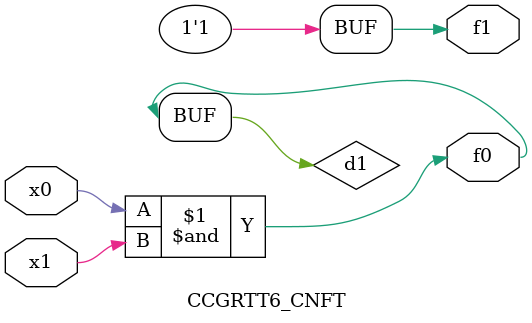
<source format=v>
module CCGRTT6_CNFT(
	input x0, x1,
	output f0, f1
);

	wire d1;

	assign f0 = d1;
	and (d1, x0, x1);
	assign f1 = 1'b1;
endmodule

</source>
